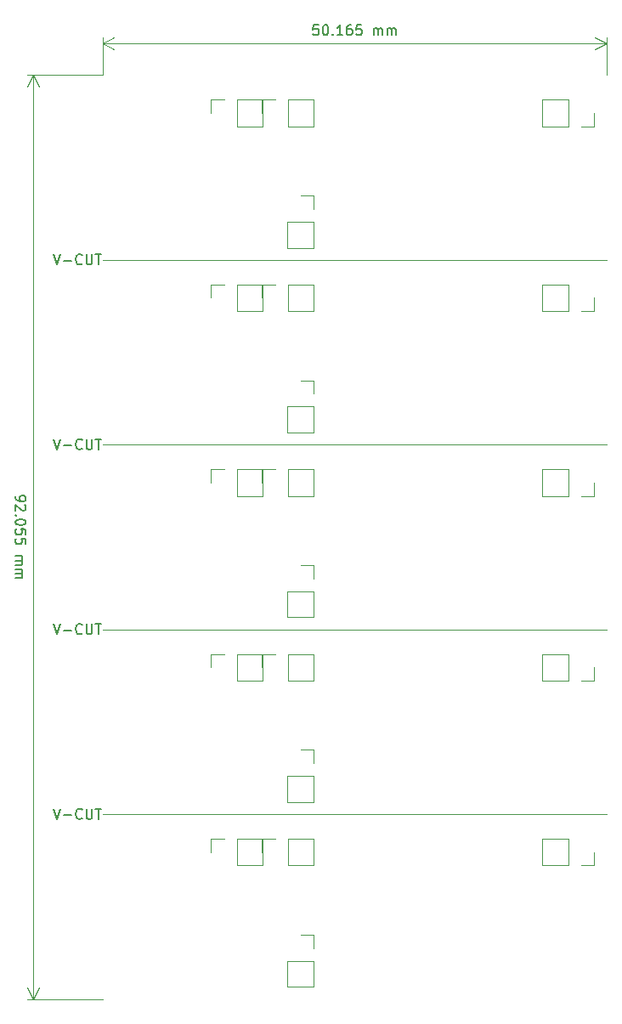
<source format=gbo>
G04 #@! TF.GenerationSoftware,KiCad,Pcbnew,(5.1.6)-1*
G04 #@! TF.CreationDate,2020-06-25T08:47:51+09:00*
G04 #@! TF.ProjectId,4P-AND,34502d41-4e44-42e6-9b69-6361645f7063,rev?*
G04 #@! TF.SameCoordinates,Original*
G04 #@! TF.FileFunction,Legend,Bot*
G04 #@! TF.FilePolarity,Positive*
%FSLAX46Y46*%
G04 Gerber Fmt 4.6, Leading zero omitted, Abs format (unit mm)*
G04 Created by KiCad (PCBNEW (5.1.6)-1) date 2020-06-25 08:47:51*
%MOMM*%
%LPD*%
G01*
G04 APERTURE LIST*
%ADD10C,0.150000*%
%ADD11C,0.120000*%
G04 APERTURE END LIST*
D10*
X21137619Y-71824880D02*
X21137619Y-72015357D01*
X21185238Y-72110595D01*
X21232857Y-72158214D01*
X21375714Y-72253452D01*
X21566190Y-72301071D01*
X21947142Y-72301071D01*
X22042380Y-72253452D01*
X22090000Y-72205833D01*
X22137619Y-72110595D01*
X22137619Y-71920119D01*
X22090000Y-71824880D01*
X22042380Y-71777261D01*
X21947142Y-71729642D01*
X21709047Y-71729642D01*
X21613809Y-71777261D01*
X21566190Y-71824880D01*
X21518571Y-71920119D01*
X21518571Y-72110595D01*
X21566190Y-72205833D01*
X21613809Y-72253452D01*
X21709047Y-72301071D01*
X22042380Y-72682023D02*
X22090000Y-72729642D01*
X22137619Y-72824880D01*
X22137619Y-73062976D01*
X22090000Y-73158214D01*
X22042380Y-73205833D01*
X21947142Y-73253452D01*
X21851904Y-73253452D01*
X21709047Y-73205833D01*
X21137619Y-72634404D01*
X21137619Y-73253452D01*
X21232857Y-73682023D02*
X21185238Y-73729642D01*
X21137619Y-73682023D01*
X21185238Y-73634404D01*
X21232857Y-73682023D01*
X21137619Y-73682023D01*
X22137619Y-74348690D02*
X22137619Y-74443928D01*
X22090000Y-74539166D01*
X22042380Y-74586785D01*
X21947142Y-74634404D01*
X21756666Y-74682023D01*
X21518571Y-74682023D01*
X21328095Y-74634404D01*
X21232857Y-74586785D01*
X21185238Y-74539166D01*
X21137619Y-74443928D01*
X21137619Y-74348690D01*
X21185238Y-74253452D01*
X21232857Y-74205833D01*
X21328095Y-74158214D01*
X21518571Y-74110595D01*
X21756666Y-74110595D01*
X21947142Y-74158214D01*
X22042380Y-74205833D01*
X22090000Y-74253452D01*
X22137619Y-74348690D01*
X22137619Y-75586785D02*
X22137619Y-75110595D01*
X21661428Y-75062976D01*
X21709047Y-75110595D01*
X21756666Y-75205833D01*
X21756666Y-75443928D01*
X21709047Y-75539166D01*
X21661428Y-75586785D01*
X21566190Y-75634404D01*
X21328095Y-75634404D01*
X21232857Y-75586785D01*
X21185238Y-75539166D01*
X21137619Y-75443928D01*
X21137619Y-75205833D01*
X21185238Y-75110595D01*
X21232857Y-75062976D01*
X22137619Y-76539166D02*
X22137619Y-76062976D01*
X21661428Y-76015357D01*
X21709047Y-76062976D01*
X21756666Y-76158214D01*
X21756666Y-76396309D01*
X21709047Y-76491547D01*
X21661428Y-76539166D01*
X21566190Y-76586785D01*
X21328095Y-76586785D01*
X21232857Y-76539166D01*
X21185238Y-76491547D01*
X21137619Y-76396309D01*
X21137619Y-76158214D01*
X21185238Y-76062976D01*
X21232857Y-76015357D01*
X21137619Y-77777261D02*
X21804285Y-77777261D01*
X21709047Y-77777261D02*
X21756666Y-77824880D01*
X21804285Y-77920119D01*
X21804285Y-78062976D01*
X21756666Y-78158214D01*
X21661428Y-78205833D01*
X21137619Y-78205833D01*
X21661428Y-78205833D02*
X21756666Y-78253452D01*
X21804285Y-78348690D01*
X21804285Y-78491547D01*
X21756666Y-78586785D01*
X21661428Y-78634404D01*
X21137619Y-78634404D01*
X21137619Y-79110595D02*
X21804285Y-79110595D01*
X21709047Y-79110595D02*
X21756666Y-79158214D01*
X21804285Y-79253452D01*
X21804285Y-79396309D01*
X21756666Y-79491547D01*
X21661428Y-79539166D01*
X21137619Y-79539166D01*
X21661428Y-79539166D02*
X21756666Y-79586785D01*
X21804285Y-79682023D01*
X21804285Y-79824880D01*
X21756666Y-79920119D01*
X21661428Y-79967738D01*
X21137619Y-79967738D01*
D11*
X22860000Y-29845000D02*
X22860000Y-121900000D01*
X29845000Y-29845000D02*
X22273579Y-29845000D01*
X29845000Y-121900000D02*
X22273579Y-121900000D01*
X22860000Y-121900000D02*
X22273579Y-120773496D01*
X22860000Y-121900000D02*
X23446421Y-120773496D01*
X22860000Y-29845000D02*
X22273579Y-30971504D01*
X22860000Y-29845000D02*
X23446421Y-30971504D01*
D10*
X51308452Y-24852380D02*
X50832261Y-24852380D01*
X50784642Y-25328571D01*
X50832261Y-25280952D01*
X50927500Y-25233333D01*
X51165595Y-25233333D01*
X51260833Y-25280952D01*
X51308452Y-25328571D01*
X51356071Y-25423809D01*
X51356071Y-25661904D01*
X51308452Y-25757142D01*
X51260833Y-25804761D01*
X51165595Y-25852380D01*
X50927500Y-25852380D01*
X50832261Y-25804761D01*
X50784642Y-25757142D01*
X51975119Y-24852380D02*
X52070357Y-24852380D01*
X52165595Y-24900000D01*
X52213214Y-24947619D01*
X52260833Y-25042857D01*
X52308452Y-25233333D01*
X52308452Y-25471428D01*
X52260833Y-25661904D01*
X52213214Y-25757142D01*
X52165595Y-25804761D01*
X52070357Y-25852380D01*
X51975119Y-25852380D01*
X51879880Y-25804761D01*
X51832261Y-25757142D01*
X51784642Y-25661904D01*
X51737023Y-25471428D01*
X51737023Y-25233333D01*
X51784642Y-25042857D01*
X51832261Y-24947619D01*
X51879880Y-24900000D01*
X51975119Y-24852380D01*
X52737023Y-25757142D02*
X52784642Y-25804761D01*
X52737023Y-25852380D01*
X52689404Y-25804761D01*
X52737023Y-25757142D01*
X52737023Y-25852380D01*
X53737023Y-25852380D02*
X53165595Y-25852380D01*
X53451309Y-25852380D02*
X53451309Y-24852380D01*
X53356071Y-24995238D01*
X53260833Y-25090476D01*
X53165595Y-25138095D01*
X54594166Y-24852380D02*
X54403690Y-24852380D01*
X54308452Y-24900000D01*
X54260833Y-24947619D01*
X54165595Y-25090476D01*
X54117976Y-25280952D01*
X54117976Y-25661904D01*
X54165595Y-25757142D01*
X54213214Y-25804761D01*
X54308452Y-25852380D01*
X54498928Y-25852380D01*
X54594166Y-25804761D01*
X54641785Y-25757142D01*
X54689404Y-25661904D01*
X54689404Y-25423809D01*
X54641785Y-25328571D01*
X54594166Y-25280952D01*
X54498928Y-25233333D01*
X54308452Y-25233333D01*
X54213214Y-25280952D01*
X54165595Y-25328571D01*
X54117976Y-25423809D01*
X55594166Y-24852380D02*
X55117976Y-24852380D01*
X55070357Y-25328571D01*
X55117976Y-25280952D01*
X55213214Y-25233333D01*
X55451309Y-25233333D01*
X55546547Y-25280952D01*
X55594166Y-25328571D01*
X55641785Y-25423809D01*
X55641785Y-25661904D01*
X55594166Y-25757142D01*
X55546547Y-25804761D01*
X55451309Y-25852380D01*
X55213214Y-25852380D01*
X55117976Y-25804761D01*
X55070357Y-25757142D01*
X56832261Y-25852380D02*
X56832261Y-25185714D01*
X56832261Y-25280952D02*
X56879880Y-25233333D01*
X56975119Y-25185714D01*
X57117976Y-25185714D01*
X57213214Y-25233333D01*
X57260833Y-25328571D01*
X57260833Y-25852380D01*
X57260833Y-25328571D02*
X57308452Y-25233333D01*
X57403690Y-25185714D01*
X57546547Y-25185714D01*
X57641785Y-25233333D01*
X57689404Y-25328571D01*
X57689404Y-25852380D01*
X58165595Y-25852380D02*
X58165595Y-25185714D01*
X58165595Y-25280952D02*
X58213214Y-25233333D01*
X58308452Y-25185714D01*
X58451309Y-25185714D01*
X58546547Y-25233333D01*
X58594166Y-25328571D01*
X58594166Y-25852380D01*
X58594166Y-25328571D02*
X58641785Y-25233333D01*
X58737023Y-25185714D01*
X58879880Y-25185714D01*
X58975119Y-25233333D01*
X59022738Y-25328571D01*
X59022738Y-25852380D01*
D11*
X29845000Y-26670000D02*
X80010000Y-26670000D01*
X29845000Y-29845000D02*
X29845000Y-26083579D01*
X80010000Y-29845000D02*
X80010000Y-26083579D01*
X80010000Y-26670000D02*
X78883496Y-27256421D01*
X80010000Y-26670000D02*
X78883496Y-26083579D01*
X29845000Y-26670000D02*
X30971504Y-27256421D01*
X29845000Y-26670000D02*
X30971504Y-26083579D01*
D10*
X24947857Y-102957380D02*
X25281190Y-103957380D01*
X25614523Y-102957380D01*
X25947857Y-103576428D02*
X26709761Y-103576428D01*
X27757380Y-103862142D02*
X27709761Y-103909761D01*
X27566904Y-103957380D01*
X27471666Y-103957380D01*
X27328809Y-103909761D01*
X27233571Y-103814523D01*
X27185952Y-103719285D01*
X27138333Y-103528809D01*
X27138333Y-103385952D01*
X27185952Y-103195476D01*
X27233571Y-103100238D01*
X27328809Y-103005000D01*
X27471666Y-102957380D01*
X27566904Y-102957380D01*
X27709761Y-103005000D01*
X27757380Y-103052619D01*
X28185952Y-102957380D02*
X28185952Y-103766904D01*
X28233571Y-103862142D01*
X28281190Y-103909761D01*
X28376428Y-103957380D01*
X28566904Y-103957380D01*
X28662142Y-103909761D01*
X28709761Y-103862142D01*
X28757380Y-103766904D01*
X28757380Y-102957380D01*
X29090714Y-102957380D02*
X29662142Y-102957380D01*
X29376428Y-103957380D02*
X29376428Y-102957380D01*
X24947857Y-84542380D02*
X25281190Y-85542380D01*
X25614523Y-84542380D01*
X25947857Y-85161428D02*
X26709761Y-85161428D01*
X27757380Y-85447142D02*
X27709761Y-85494761D01*
X27566904Y-85542380D01*
X27471666Y-85542380D01*
X27328809Y-85494761D01*
X27233571Y-85399523D01*
X27185952Y-85304285D01*
X27138333Y-85113809D01*
X27138333Y-84970952D01*
X27185952Y-84780476D01*
X27233571Y-84685238D01*
X27328809Y-84590000D01*
X27471666Y-84542380D01*
X27566904Y-84542380D01*
X27709761Y-84590000D01*
X27757380Y-84637619D01*
X28185952Y-84542380D02*
X28185952Y-85351904D01*
X28233571Y-85447142D01*
X28281190Y-85494761D01*
X28376428Y-85542380D01*
X28566904Y-85542380D01*
X28662142Y-85494761D01*
X28709761Y-85447142D01*
X28757380Y-85351904D01*
X28757380Y-84542380D01*
X29090714Y-84542380D02*
X29662142Y-84542380D01*
X29376428Y-85542380D02*
X29376428Y-84542380D01*
X24947857Y-66127380D02*
X25281190Y-67127380D01*
X25614523Y-66127380D01*
X25947857Y-66746428D02*
X26709761Y-66746428D01*
X27757380Y-67032142D02*
X27709761Y-67079761D01*
X27566904Y-67127380D01*
X27471666Y-67127380D01*
X27328809Y-67079761D01*
X27233571Y-66984523D01*
X27185952Y-66889285D01*
X27138333Y-66698809D01*
X27138333Y-66555952D01*
X27185952Y-66365476D01*
X27233571Y-66270238D01*
X27328809Y-66175000D01*
X27471666Y-66127380D01*
X27566904Y-66127380D01*
X27709761Y-66175000D01*
X27757380Y-66222619D01*
X28185952Y-66127380D02*
X28185952Y-66936904D01*
X28233571Y-67032142D01*
X28281190Y-67079761D01*
X28376428Y-67127380D01*
X28566904Y-67127380D01*
X28662142Y-67079761D01*
X28709761Y-67032142D01*
X28757380Y-66936904D01*
X28757380Y-66127380D01*
X29090714Y-66127380D02*
X29662142Y-66127380D01*
X29376428Y-67127380D02*
X29376428Y-66127380D01*
X24947857Y-47712380D02*
X25281190Y-48712380D01*
X25614523Y-47712380D01*
X25947857Y-48331428D02*
X26709761Y-48331428D01*
X27757380Y-48617142D02*
X27709761Y-48664761D01*
X27566904Y-48712380D01*
X27471666Y-48712380D01*
X27328809Y-48664761D01*
X27233571Y-48569523D01*
X27185952Y-48474285D01*
X27138333Y-48283809D01*
X27138333Y-48140952D01*
X27185952Y-47950476D01*
X27233571Y-47855238D01*
X27328809Y-47760000D01*
X27471666Y-47712380D01*
X27566904Y-47712380D01*
X27709761Y-47760000D01*
X27757380Y-47807619D01*
X28185952Y-47712380D02*
X28185952Y-48521904D01*
X28233571Y-48617142D01*
X28281190Y-48664761D01*
X28376428Y-48712380D01*
X28566904Y-48712380D01*
X28662142Y-48664761D01*
X28709761Y-48617142D01*
X28757380Y-48521904D01*
X28757380Y-47712380D01*
X29090714Y-47712380D02*
X29662142Y-47712380D01*
X29376428Y-48712380D02*
X29376428Y-47712380D01*
D11*
X29845000Y-103505000D02*
X80010000Y-103505000D01*
X29845000Y-85090000D02*
X80010000Y-85090000D01*
X29845000Y-66675000D02*
X80010000Y-66675000D01*
X29845000Y-48260000D02*
X80010000Y-48260000D01*
X78800000Y-108590000D02*
X78800000Y-107260000D01*
X77470000Y-108590000D02*
X78800000Y-108590000D01*
X76200000Y-108590000D02*
X76200000Y-105930000D01*
X76200000Y-105930000D02*
X73600000Y-105930000D01*
X76200000Y-108590000D02*
X73600000Y-108590000D01*
X73600000Y-108590000D02*
X73600000Y-105930000D01*
X78800000Y-90180000D02*
X78800000Y-88850000D01*
X77470000Y-90180000D02*
X78800000Y-90180000D01*
X76200000Y-90180000D02*
X76200000Y-87520000D01*
X76200000Y-87520000D02*
X73600000Y-87520000D01*
X76200000Y-90180000D02*
X73600000Y-90180000D01*
X73600000Y-90180000D02*
X73600000Y-87520000D01*
X78800000Y-71770000D02*
X78800000Y-70440000D01*
X77470000Y-71770000D02*
X78800000Y-71770000D01*
X76200000Y-71770000D02*
X76200000Y-69110000D01*
X76200000Y-69110000D02*
X73600000Y-69110000D01*
X76200000Y-71770000D02*
X73600000Y-71770000D01*
X73600000Y-71770000D02*
X73600000Y-69110000D01*
X78800000Y-53360000D02*
X78800000Y-52030000D01*
X77470000Y-53360000D02*
X78800000Y-53360000D01*
X76200000Y-53360000D02*
X76200000Y-50700000D01*
X76200000Y-50700000D02*
X73600000Y-50700000D01*
X76200000Y-53360000D02*
X73600000Y-53360000D01*
X73600000Y-53360000D02*
X73600000Y-50700000D01*
X40580000Y-105930000D02*
X40580000Y-107260000D01*
X41910000Y-105930000D02*
X40580000Y-105930000D01*
X43180000Y-105930000D02*
X43180000Y-108590000D01*
X43180000Y-108590000D02*
X45780000Y-108590000D01*
X43180000Y-105930000D02*
X45780000Y-105930000D01*
X45780000Y-105930000D02*
X45780000Y-108590000D01*
X40580000Y-87520000D02*
X40580000Y-88850000D01*
X41910000Y-87520000D02*
X40580000Y-87520000D01*
X43180000Y-87520000D02*
X43180000Y-90180000D01*
X43180000Y-90180000D02*
X45780000Y-90180000D01*
X43180000Y-87520000D02*
X45780000Y-87520000D01*
X45780000Y-87520000D02*
X45780000Y-90180000D01*
X40580000Y-69110000D02*
X40580000Y-70440000D01*
X41910000Y-69110000D02*
X40580000Y-69110000D01*
X43180000Y-69110000D02*
X43180000Y-71770000D01*
X43180000Y-71770000D02*
X45780000Y-71770000D01*
X43180000Y-69110000D02*
X45780000Y-69110000D01*
X45780000Y-69110000D02*
X45780000Y-71770000D01*
X40580000Y-50700000D02*
X40580000Y-52030000D01*
X41910000Y-50700000D02*
X40580000Y-50700000D01*
X43180000Y-50700000D02*
X43180000Y-53360000D01*
X43180000Y-53360000D02*
X45780000Y-53360000D01*
X43180000Y-50700000D02*
X45780000Y-50700000D01*
X45780000Y-50700000D02*
X45780000Y-53360000D01*
X45660000Y-105930000D02*
X45660000Y-107260000D01*
X46990000Y-105930000D02*
X45660000Y-105930000D01*
X48260000Y-105930000D02*
X48260000Y-108590000D01*
X48260000Y-108590000D02*
X50860000Y-108590000D01*
X48260000Y-105930000D02*
X50860000Y-105930000D01*
X50860000Y-105930000D02*
X50860000Y-108590000D01*
X45660000Y-87520000D02*
X45660000Y-88850000D01*
X46990000Y-87520000D02*
X45660000Y-87520000D01*
X48260000Y-87520000D02*
X48260000Y-90180000D01*
X48260000Y-90180000D02*
X50860000Y-90180000D01*
X48260000Y-87520000D02*
X50860000Y-87520000D01*
X50860000Y-87520000D02*
X50860000Y-90180000D01*
X45660000Y-69110000D02*
X45660000Y-70440000D01*
X46990000Y-69110000D02*
X45660000Y-69110000D01*
X48260000Y-69110000D02*
X48260000Y-71770000D01*
X48260000Y-71770000D02*
X50860000Y-71770000D01*
X48260000Y-69110000D02*
X50860000Y-69110000D01*
X50860000Y-69110000D02*
X50860000Y-71770000D01*
X45660000Y-50700000D02*
X45660000Y-52030000D01*
X46990000Y-50700000D02*
X45660000Y-50700000D01*
X48260000Y-50700000D02*
X48260000Y-53360000D01*
X48260000Y-53360000D02*
X50860000Y-53360000D01*
X48260000Y-50700000D02*
X50860000Y-50700000D01*
X50860000Y-50700000D02*
X50860000Y-53360000D01*
X50860000Y-115490000D02*
X49530000Y-115490000D01*
X50860000Y-116820000D02*
X50860000Y-115490000D01*
X50860000Y-118090000D02*
X48200000Y-118090000D01*
X48200000Y-118090000D02*
X48200000Y-120690000D01*
X50860000Y-118090000D02*
X50860000Y-120690000D01*
X50860000Y-120690000D02*
X48200000Y-120690000D01*
X50860000Y-97080000D02*
X49530000Y-97080000D01*
X50860000Y-98410000D02*
X50860000Y-97080000D01*
X50860000Y-99680000D02*
X48200000Y-99680000D01*
X48200000Y-99680000D02*
X48200000Y-102280000D01*
X50860000Y-99680000D02*
X50860000Y-102280000D01*
X50860000Y-102280000D02*
X48200000Y-102280000D01*
X50860000Y-78670000D02*
X49530000Y-78670000D01*
X50860000Y-80000000D02*
X50860000Y-78670000D01*
X50860000Y-81270000D02*
X48200000Y-81270000D01*
X48200000Y-81270000D02*
X48200000Y-83870000D01*
X50860000Y-81270000D02*
X50860000Y-83870000D01*
X50860000Y-83870000D02*
X48200000Y-83870000D01*
X50860000Y-60260000D02*
X49530000Y-60260000D01*
X50860000Y-61590000D02*
X50860000Y-60260000D01*
X50860000Y-62860000D02*
X48200000Y-62860000D01*
X48200000Y-62860000D02*
X48200000Y-65460000D01*
X50860000Y-62860000D02*
X50860000Y-65460000D01*
X50860000Y-65460000D02*
X48200000Y-65460000D01*
X50860000Y-47050000D02*
X48200000Y-47050000D01*
X50860000Y-44450000D02*
X50860000Y-47050000D01*
X48200000Y-44450000D02*
X48200000Y-47050000D01*
X50860000Y-44450000D02*
X48200000Y-44450000D01*
X50860000Y-43180000D02*
X50860000Y-41850000D01*
X50860000Y-41850000D02*
X49530000Y-41850000D01*
X73600000Y-34950000D02*
X73600000Y-32290000D01*
X76200000Y-34950000D02*
X73600000Y-34950000D01*
X76200000Y-32290000D02*
X73600000Y-32290000D01*
X76200000Y-34950000D02*
X76200000Y-32290000D01*
X77470000Y-34950000D02*
X78800000Y-34950000D01*
X78800000Y-34950000D02*
X78800000Y-33620000D01*
X50860000Y-32290000D02*
X50860000Y-34950000D01*
X48260000Y-32290000D02*
X50860000Y-32290000D01*
X48260000Y-34950000D02*
X50860000Y-34950000D01*
X48260000Y-32290000D02*
X48260000Y-34950000D01*
X46990000Y-32290000D02*
X45660000Y-32290000D01*
X45660000Y-32290000D02*
X45660000Y-33620000D01*
X45780000Y-32290000D02*
X45780000Y-34950000D01*
X43180000Y-32290000D02*
X45780000Y-32290000D01*
X43180000Y-34950000D02*
X45780000Y-34950000D01*
X43180000Y-32290000D02*
X43180000Y-34950000D01*
X41910000Y-32290000D02*
X40580000Y-32290000D01*
X40580000Y-32290000D02*
X40580000Y-33620000D01*
M02*

</source>
